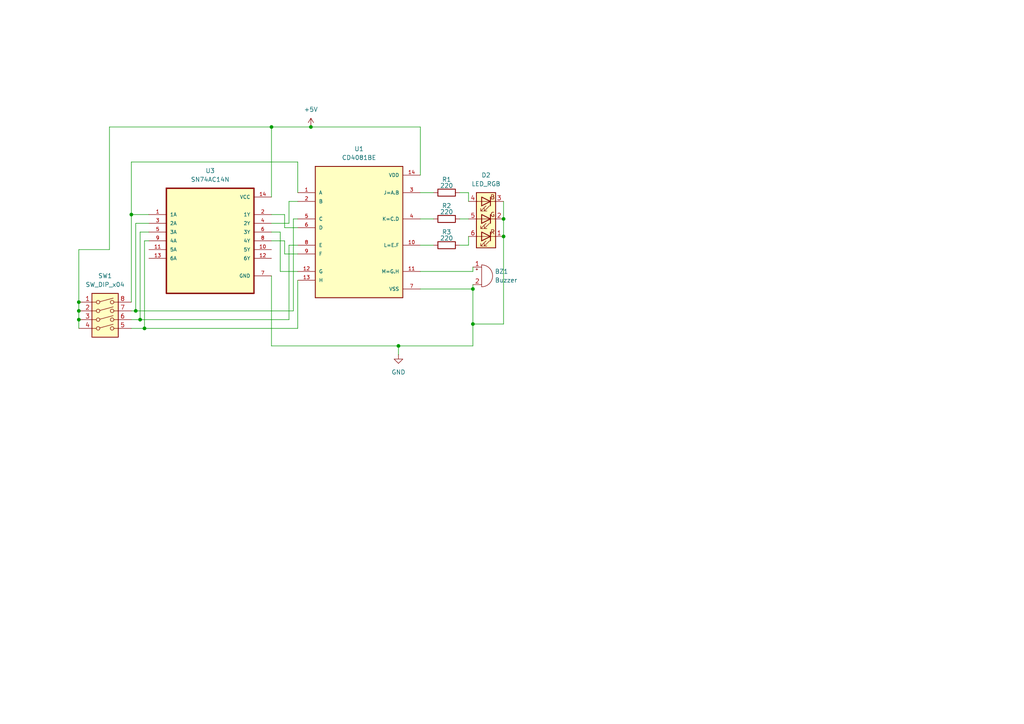
<source format=kicad_sch>
(kicad_sch
	(version 20250114)
	(generator "eeschema")
	(generator_version "9.0")
	(uuid "c9b70955-a5d3-43de-b2a6-445e9a90dc1e")
	(paper "A4")
	(title_block
		(title "KiCad Example 1")
		(date "2025-05-05")
		(comment 1 "First learning example in KiCad")
	)
	(lib_symbols
		(symbol "CD4081BE:CD4081BE"
			(pin_names
				(offset 1.016)
			)
			(exclude_from_sim no)
			(in_bom yes)
			(on_board yes)
			(property "Reference" "U"
				(at -12.7 18.78 0)
				(effects
					(font
						(size 1.27 1.27)
					)
					(justify left bottom)
				)
			)
			(property "Value" "CD4081BE"
				(at -12.7 -22.86 0)
				(effects
					(font
						(size 1.27 1.27)
					)
					(justify left bottom)
				)
			)
			(property "Footprint" "CD4081BE:DIP794W45P254L1930H508Q14"
				(at 0 0 0)
				(effects
					(font
						(size 1.27 1.27)
					)
					(justify bottom)
					(hide yes)
				)
			)
			(property "Datasheet" ""
				(at 0 0 0)
				(effects
					(font
						(size 1.27 1.27)
					)
					(hide yes)
				)
			)
			(property "Description" ""
				(at 0 0 0)
				(effects
					(font
						(size 1.27 1.27)
					)
					(hide yes)
				)
			)
			(property "PARTREV" "September 2003"
				(at 0 0 0)
				(effects
					(font
						(size 1.27 1.27)
					)
					(justify bottom)
					(hide yes)
				)
			)
			(property "STANDARD" "IPC 7351B"
				(at 0 0 0)
				(effects
					(font
						(size 1.27 1.27)
					)
					(justify bottom)
					(hide yes)
				)
			)
			(property "SNAPEDA_PACKAGE_ID" "10604"
				(at 0 0 0)
				(effects
					(font
						(size 1.27 1.27)
					)
					(justify bottom)
					(hide yes)
				)
			)
			(property "MAXIMUM_PACKAGE_HEIGHT" "5.08 mm"
				(at 0 0 0)
				(effects
					(font
						(size 1.27 1.27)
					)
					(justify bottom)
					(hide yes)
				)
			)
			(property "MANUFACTURER" "Texas Instruments"
				(at 0 0 0)
				(effects
					(font
						(size 1.27 1.27)
					)
					(justify bottom)
					(hide yes)
				)
			)
			(symbol "CD4081BE_0_0"
				(rectangle
					(start -12.7 -20.32)
					(end 12.7 17.78)
					(stroke
						(width 0.254)
						(type default)
					)
					(fill
						(type background)
					)
				)
				(pin input line
					(at -17.78 10.16 0)
					(length 5.08)
					(name "A"
						(effects
							(font
								(size 1.016 1.016)
							)
						)
					)
					(number "1"
						(effects
							(font
								(size 1.016 1.016)
							)
						)
					)
				)
				(pin input line
					(at -17.78 7.62 0)
					(length 5.08)
					(name "B"
						(effects
							(font
								(size 1.016 1.016)
							)
						)
					)
					(number "2"
						(effects
							(font
								(size 1.016 1.016)
							)
						)
					)
				)
				(pin input line
					(at -17.78 2.54 0)
					(length 5.08)
					(name "C"
						(effects
							(font
								(size 1.016 1.016)
							)
						)
					)
					(number "5"
						(effects
							(font
								(size 1.016 1.016)
							)
						)
					)
				)
				(pin input line
					(at -17.78 0 0)
					(length 5.08)
					(name "D"
						(effects
							(font
								(size 1.016 1.016)
							)
						)
					)
					(number "6"
						(effects
							(font
								(size 1.016 1.016)
							)
						)
					)
				)
				(pin input line
					(at -17.78 -5.08 0)
					(length 5.08)
					(name "E"
						(effects
							(font
								(size 1.016 1.016)
							)
						)
					)
					(number "8"
						(effects
							(font
								(size 1.016 1.016)
							)
						)
					)
				)
				(pin input line
					(at -17.78 -7.62 0)
					(length 5.08)
					(name "F"
						(effects
							(font
								(size 1.016 1.016)
							)
						)
					)
					(number "9"
						(effects
							(font
								(size 1.016 1.016)
							)
						)
					)
				)
				(pin input line
					(at -17.78 -12.7 0)
					(length 5.08)
					(name "G"
						(effects
							(font
								(size 1.016 1.016)
							)
						)
					)
					(number "12"
						(effects
							(font
								(size 1.016 1.016)
							)
						)
					)
				)
				(pin input line
					(at -17.78 -15.24 0)
					(length 5.08)
					(name "H"
						(effects
							(font
								(size 1.016 1.016)
							)
						)
					)
					(number "13"
						(effects
							(font
								(size 1.016 1.016)
							)
						)
					)
				)
				(pin power_in line
					(at 17.78 15.24 180)
					(length 5.08)
					(name "VDD"
						(effects
							(font
								(size 1.016 1.016)
							)
						)
					)
					(number "14"
						(effects
							(font
								(size 1.016 1.016)
							)
						)
					)
				)
				(pin output line
					(at 17.78 10.16 180)
					(length 5.08)
					(name "J=A.B"
						(effects
							(font
								(size 1.016 1.016)
							)
						)
					)
					(number "3"
						(effects
							(font
								(size 1.016 1.016)
							)
						)
					)
				)
				(pin output line
					(at 17.78 2.54 180)
					(length 5.08)
					(name "K=C.D"
						(effects
							(font
								(size 1.016 1.016)
							)
						)
					)
					(number "4"
						(effects
							(font
								(size 1.016 1.016)
							)
						)
					)
				)
				(pin output line
					(at 17.78 -5.08 180)
					(length 5.08)
					(name "L=E.F"
						(effects
							(font
								(size 1.016 1.016)
							)
						)
					)
					(number "10"
						(effects
							(font
								(size 1.016 1.016)
							)
						)
					)
				)
				(pin output line
					(at 17.78 -12.7 180)
					(length 5.08)
					(name "M=G.H"
						(effects
							(font
								(size 1.016 1.016)
							)
						)
					)
					(number "11"
						(effects
							(font
								(size 1.016 1.016)
							)
						)
					)
				)
				(pin power_in line
					(at 17.78 -17.78 180)
					(length 5.08)
					(name "VSS"
						(effects
							(font
								(size 1.016 1.016)
							)
						)
					)
					(number "7"
						(effects
							(font
								(size 1.016 1.016)
							)
						)
					)
				)
			)
			(embedded_fonts no)
		)
		(symbol "Device:Buzzer"
			(pin_names
				(offset 0.0254)
				(hide yes)
			)
			(exclude_from_sim no)
			(in_bom yes)
			(on_board yes)
			(property "Reference" "BZ"
				(at 3.81 1.27 0)
				(effects
					(font
						(size 1.27 1.27)
					)
					(justify left)
				)
			)
			(property "Value" "Buzzer"
				(at 3.81 -1.27 0)
				(effects
					(font
						(size 1.27 1.27)
					)
					(justify left)
				)
			)
			(property "Footprint" ""
				(at -0.635 2.54 90)
				(effects
					(font
						(size 1.27 1.27)
					)
					(hide yes)
				)
			)
			(property "Datasheet" "~"
				(at -0.635 2.54 90)
				(effects
					(font
						(size 1.27 1.27)
					)
					(hide yes)
				)
			)
			(property "Description" "Buzzer, polarized"
				(at 0 0 0)
				(effects
					(font
						(size 1.27 1.27)
					)
					(hide yes)
				)
			)
			(property "ki_keywords" "quartz resonator ceramic"
				(at 0 0 0)
				(effects
					(font
						(size 1.27 1.27)
					)
					(hide yes)
				)
			)
			(property "ki_fp_filters" "*Buzzer*"
				(at 0 0 0)
				(effects
					(font
						(size 1.27 1.27)
					)
					(hide yes)
				)
			)
			(symbol "Buzzer_0_1"
				(polyline
					(pts
						(xy -1.651 1.905) (xy -1.143 1.905)
					)
					(stroke
						(width 0)
						(type default)
					)
					(fill
						(type none)
					)
				)
				(polyline
					(pts
						(xy -1.397 2.159) (xy -1.397 1.651)
					)
					(stroke
						(width 0)
						(type default)
					)
					(fill
						(type none)
					)
				)
				(arc
					(start 0 3.175)
					(mid 3.1612 0)
					(end 0 -3.175)
					(stroke
						(width 0)
						(type default)
					)
					(fill
						(type none)
					)
				)
				(polyline
					(pts
						(xy 0 3.175) (xy 0 -3.175)
					)
					(stroke
						(width 0)
						(type default)
					)
					(fill
						(type none)
					)
				)
			)
			(symbol "Buzzer_1_1"
				(pin passive line
					(at -2.54 2.54 0)
					(length 2.54)
					(name "+"
						(effects
							(font
								(size 1.27 1.27)
							)
						)
					)
					(number "1"
						(effects
							(font
								(size 1.27 1.27)
							)
						)
					)
				)
				(pin passive line
					(at -2.54 -2.54 0)
					(length 2.54)
					(name "-"
						(effects
							(font
								(size 1.27 1.27)
							)
						)
					)
					(number "2"
						(effects
							(font
								(size 1.27 1.27)
							)
						)
					)
				)
			)
			(embedded_fonts no)
		)
		(symbol "Device:LED_RGB"
			(pin_names
				(offset 0)
				(hide yes)
			)
			(exclude_from_sim no)
			(in_bom yes)
			(on_board yes)
			(property "Reference" "D"
				(at 0 9.398 0)
				(effects
					(font
						(size 1.27 1.27)
					)
				)
			)
			(property "Value" "LED_RGB"
				(at 0 -8.89 0)
				(effects
					(font
						(size 1.27 1.27)
					)
				)
			)
			(property "Footprint" ""
				(at 0 -1.27 0)
				(effects
					(font
						(size 1.27 1.27)
					)
					(hide yes)
				)
			)
			(property "Datasheet" "~"
				(at 0 -1.27 0)
				(effects
					(font
						(size 1.27 1.27)
					)
					(hide yes)
				)
			)
			(property "Description" "RGB LED, 6 pin package"
				(at 0 0 0)
				(effects
					(font
						(size 1.27 1.27)
					)
					(hide yes)
				)
			)
			(property "ki_keywords" "LED RGB diode"
				(at 0 0 0)
				(effects
					(font
						(size 1.27 1.27)
					)
					(hide yes)
				)
			)
			(property "ki_fp_filters" "LED* LED_SMD:* LED_THT:*"
				(at 0 0 0)
				(effects
					(font
						(size 1.27 1.27)
					)
					(hide yes)
				)
			)
			(symbol "LED_RGB_0_0"
				(text "R"
					(at -1.905 3.81 0)
					(effects
						(font
							(size 1.27 1.27)
						)
					)
				)
				(text "G"
					(at -1.905 -1.27 0)
					(effects
						(font
							(size 1.27 1.27)
						)
					)
				)
				(text "B"
					(at -1.905 -6.35 0)
					(effects
						(font
							(size 1.27 1.27)
						)
					)
				)
			)
			(symbol "LED_RGB_0_1"
				(polyline
					(pts
						(xy -1.27 6.35) (xy -1.27 3.81)
					)
					(stroke
						(width 0.254)
						(type default)
					)
					(fill
						(type none)
					)
				)
				(polyline
					(pts
						(xy -1.27 6.35) (xy -1.27 3.81) (xy -1.27 3.81)
					)
					(stroke
						(width 0)
						(type default)
					)
					(fill
						(type none)
					)
				)
				(polyline
					(pts
						(xy -1.27 5.08) (xy -2.54 5.08)
					)
					(stroke
						(width 0)
						(type default)
					)
					(fill
						(type none)
					)
				)
				(polyline
					(pts
						(xy -1.27 5.08) (xy 1.27 5.08)
					)
					(stroke
						(width 0)
						(type default)
					)
					(fill
						(type none)
					)
				)
				(polyline
					(pts
						(xy -1.27 1.27) (xy -1.27 -1.27)
					)
					(stroke
						(width 0.254)
						(type default)
					)
					(fill
						(type none)
					)
				)
				(polyline
					(pts
						(xy -1.27 1.27) (xy -1.27 -1.27) (xy -1.27 -1.27)
					)
					(stroke
						(width 0)
						(type default)
					)
					(fill
						(type none)
					)
				)
				(polyline
					(pts
						(xy -1.27 0) (xy -2.54 0)
					)
					(stroke
						(width 0)
						(type default)
					)
					(fill
						(type none)
					)
				)
				(polyline
					(pts
						(xy -1.27 -3.81) (xy -1.27 -6.35)
					)
					(stroke
						(width 0.254)
						(type default)
					)
					(fill
						(type none)
					)
				)
				(polyline
					(pts
						(xy -1.27 -5.08) (xy -2.54 -5.08)
					)
					(stroke
						(width 0)
						(type default)
					)
					(fill
						(type none)
					)
				)
				(polyline
					(pts
						(xy -1.27 -5.08) (xy 1.27 -5.08)
					)
					(stroke
						(width 0)
						(type default)
					)
					(fill
						(type none)
					)
				)
				(polyline
					(pts
						(xy -1.016 6.35) (xy 0.508 7.874) (xy -0.254 7.874) (xy 0.508 7.874) (xy 0.508 7.112)
					)
					(stroke
						(width 0)
						(type default)
					)
					(fill
						(type none)
					)
				)
				(polyline
					(pts
						(xy -1.016 1.27) (xy 0.508 2.794) (xy -0.254 2.794) (xy 0.508 2.794) (xy 0.508 2.032)
					)
					(stroke
						(width 0)
						(type default)
					)
					(fill
						(type none)
					)
				)
				(polyline
					(pts
						(xy -1.016 -3.81) (xy 0.508 -2.286) (xy -0.254 -2.286) (xy 0.508 -2.286) (xy 0.508 -3.048)
					)
					(stroke
						(width 0)
						(type default)
					)
					(fill
						(type none)
					)
				)
				(polyline
					(pts
						(xy 0 6.35) (xy 1.524 7.874) (xy 0.762 7.874) (xy 1.524 7.874) (xy 1.524 7.112)
					)
					(stroke
						(width 0)
						(type default)
					)
					(fill
						(type none)
					)
				)
				(polyline
					(pts
						(xy 0 1.27) (xy 1.524 2.794) (xy 0.762 2.794) (xy 1.524 2.794) (xy 1.524 2.032)
					)
					(stroke
						(width 0)
						(type default)
					)
					(fill
						(type none)
					)
				)
				(polyline
					(pts
						(xy 0 -3.81) (xy 1.524 -2.286) (xy 0.762 -2.286) (xy 1.524 -2.286) (xy 1.524 -3.048)
					)
					(stroke
						(width 0)
						(type default)
					)
					(fill
						(type none)
					)
				)
				(polyline
					(pts
						(xy 1.27 6.35) (xy 1.27 3.81) (xy -1.27 5.08) (xy 1.27 6.35)
					)
					(stroke
						(width 0.254)
						(type default)
					)
					(fill
						(type none)
					)
				)
				(rectangle
					(start 1.27 6.35)
					(end 1.27 6.35)
					(stroke
						(width 0)
						(type default)
					)
					(fill
						(type none)
					)
				)
				(polyline
					(pts
						(xy 1.27 5.08) (xy 2.54 5.08)
					)
					(stroke
						(width 0)
						(type default)
					)
					(fill
						(type none)
					)
				)
				(rectangle
					(start 1.27 3.81)
					(end 1.27 6.35)
					(stroke
						(width 0)
						(type default)
					)
					(fill
						(type none)
					)
				)
				(polyline
					(pts
						(xy 1.27 1.27) (xy 1.27 -1.27) (xy -1.27 0) (xy 1.27 1.27)
					)
					(stroke
						(width 0.254)
						(type default)
					)
					(fill
						(type none)
					)
				)
				(rectangle
					(start 1.27 1.27)
					(end 1.27 1.27)
					(stroke
						(width 0)
						(type default)
					)
					(fill
						(type none)
					)
				)
				(polyline
					(pts
						(xy 1.27 0) (xy -1.27 0)
					)
					(stroke
						(width 0)
						(type default)
					)
					(fill
						(type none)
					)
				)
				(polyline
					(pts
						(xy 1.27 0) (xy 2.54 0)
					)
					(stroke
						(width 0)
						(type default)
					)
					(fill
						(type none)
					)
				)
				(rectangle
					(start 1.27 -1.27)
					(end 1.27 1.27)
					(stroke
						(width 0)
						(type default)
					)
					(fill
						(type none)
					)
				)
				(polyline
					(pts
						(xy 1.27 -3.81) (xy 1.27 -6.35) (xy -1.27 -5.08) (xy 1.27 -3.81)
					)
					(stroke
						(width 0.254)
						(type default)
					)
					(fill
						(type none)
					)
				)
				(polyline
					(pts
						(xy 1.27 -5.08) (xy 2.54 -5.08)
					)
					(stroke
						(width 0)
						(type default)
					)
					(fill
						(type none)
					)
				)
				(rectangle
					(start 2.794 8.382)
					(end -2.794 -7.62)
					(stroke
						(width 0.254)
						(type default)
					)
					(fill
						(type background)
					)
				)
			)
			(symbol "LED_RGB_1_1"
				(pin passive line
					(at -5.08 5.08 0)
					(length 2.54)
					(name "RK"
						(effects
							(font
								(size 1.27 1.27)
							)
						)
					)
					(number "1"
						(effects
							(font
								(size 1.27 1.27)
							)
						)
					)
				)
				(pin passive line
					(at -5.08 0 0)
					(length 2.54)
					(name "GK"
						(effects
							(font
								(size 1.27 1.27)
							)
						)
					)
					(number "2"
						(effects
							(font
								(size 1.27 1.27)
							)
						)
					)
				)
				(pin passive line
					(at -5.08 -5.08 0)
					(length 2.54)
					(name "BK"
						(effects
							(font
								(size 1.27 1.27)
							)
						)
					)
					(number "3"
						(effects
							(font
								(size 1.27 1.27)
							)
						)
					)
				)
				(pin passive line
					(at 5.08 5.08 180)
					(length 2.54)
					(name "RA"
						(effects
							(font
								(size 1.27 1.27)
							)
						)
					)
					(number "6"
						(effects
							(font
								(size 1.27 1.27)
							)
						)
					)
				)
				(pin passive line
					(at 5.08 0 180)
					(length 2.54)
					(name "GA"
						(effects
							(font
								(size 1.27 1.27)
							)
						)
					)
					(number "5"
						(effects
							(font
								(size 1.27 1.27)
							)
						)
					)
				)
				(pin passive line
					(at 5.08 -5.08 180)
					(length 2.54)
					(name "BA"
						(effects
							(font
								(size 1.27 1.27)
							)
						)
					)
					(number "4"
						(effects
							(font
								(size 1.27 1.27)
							)
						)
					)
				)
			)
			(embedded_fonts no)
		)
		(symbol "Device:R"
			(pin_numbers
				(hide yes)
			)
			(pin_names
				(offset 0)
			)
			(exclude_from_sim no)
			(in_bom yes)
			(on_board yes)
			(property "Reference" "R"
				(at 2.032 0 90)
				(effects
					(font
						(size 1.27 1.27)
					)
				)
			)
			(property "Value" "R"
				(at 0 0 90)
				(effects
					(font
						(size 1.27 1.27)
					)
				)
			)
			(property "Footprint" ""
				(at -1.778 0 90)
				(effects
					(font
						(size 1.27 1.27)
					)
					(hide yes)
				)
			)
			(property "Datasheet" "~"
				(at 0 0 0)
				(effects
					(font
						(size 1.27 1.27)
					)
					(hide yes)
				)
			)
			(property "Description" "Resistor"
				(at 0 0 0)
				(effects
					(font
						(size 1.27 1.27)
					)
					(hide yes)
				)
			)
			(property "ki_keywords" "R res resistor"
				(at 0 0 0)
				(effects
					(font
						(size 1.27 1.27)
					)
					(hide yes)
				)
			)
			(property "ki_fp_filters" "R_*"
				(at 0 0 0)
				(effects
					(font
						(size 1.27 1.27)
					)
					(hide yes)
				)
			)
			(symbol "R_0_1"
				(rectangle
					(start -1.016 -2.54)
					(end 1.016 2.54)
					(stroke
						(width 0.254)
						(type default)
					)
					(fill
						(type none)
					)
				)
			)
			(symbol "R_1_1"
				(pin passive line
					(at 0 3.81 270)
					(length 1.27)
					(name "~"
						(effects
							(font
								(size 1.27 1.27)
							)
						)
					)
					(number "1"
						(effects
							(font
								(size 1.27 1.27)
							)
						)
					)
				)
				(pin passive line
					(at 0 -3.81 90)
					(length 1.27)
					(name "~"
						(effects
							(font
								(size 1.27 1.27)
							)
						)
					)
					(number "2"
						(effects
							(font
								(size 1.27 1.27)
							)
						)
					)
				)
			)
			(embedded_fonts no)
		)
		(symbol "SN74AC14N:SN74AC14N"
			(pin_names
				(offset 1.016)
			)
			(exclude_from_sim no)
			(in_bom yes)
			(on_board yes)
			(property "Reference" "U"
				(at -12.7 16.24 0)
				(effects
					(font
						(size 1.27 1.27)
					)
					(justify left bottom)
				)
			)
			(property "Value" "SN74AC14N"
				(at -12.7 -19.24 0)
				(effects
					(font
						(size 1.27 1.27)
					)
					(justify left bottom)
				)
			)
			(property "Footprint" "SN74AC14N:DIP794W45P254L1969H508Q14"
				(at 0 0 0)
				(effects
					(font
						(size 1.27 1.27)
					)
					(justify bottom)
					(hide yes)
				)
			)
			(property "Datasheet" ""
				(at 0 0 0)
				(effects
					(font
						(size 1.27 1.27)
					)
					(hide yes)
				)
			)
			(property "Description" ""
				(at 0 0 0)
				(effects
					(font
						(size 1.27 1.27)
					)
					(hide yes)
				)
			)
			(symbol "SN74AC14N_0_0"
				(rectangle
					(start -12.7 -15.24)
					(end 12.7 15.24)
					(stroke
						(width 0.41)
						(type default)
					)
					(fill
						(type background)
					)
				)
				(pin input line
					(at -17.78 7.62 0)
					(length 5.08)
					(name "1A"
						(effects
							(font
								(size 1.016 1.016)
							)
						)
					)
					(number "1"
						(effects
							(font
								(size 1.016 1.016)
							)
						)
					)
				)
				(pin input line
					(at -17.78 5.08 0)
					(length 5.08)
					(name "2A"
						(effects
							(font
								(size 1.016 1.016)
							)
						)
					)
					(number "3"
						(effects
							(font
								(size 1.016 1.016)
							)
						)
					)
				)
				(pin input line
					(at -17.78 2.54 0)
					(length 5.08)
					(name "3A"
						(effects
							(font
								(size 1.016 1.016)
							)
						)
					)
					(number "5"
						(effects
							(font
								(size 1.016 1.016)
							)
						)
					)
				)
				(pin input line
					(at -17.78 0 0)
					(length 5.08)
					(name "4A"
						(effects
							(font
								(size 1.016 1.016)
							)
						)
					)
					(number "9"
						(effects
							(font
								(size 1.016 1.016)
							)
						)
					)
				)
				(pin input line
					(at -17.78 -2.54 0)
					(length 5.08)
					(name "5A"
						(effects
							(font
								(size 1.016 1.016)
							)
						)
					)
					(number "11"
						(effects
							(font
								(size 1.016 1.016)
							)
						)
					)
				)
				(pin input line
					(at -17.78 -5.08 0)
					(length 5.08)
					(name "6A"
						(effects
							(font
								(size 1.016 1.016)
							)
						)
					)
					(number "13"
						(effects
							(font
								(size 1.016 1.016)
							)
						)
					)
				)
				(pin power_in line
					(at 17.78 12.7 180)
					(length 5.08)
					(name "VCC"
						(effects
							(font
								(size 1.016 1.016)
							)
						)
					)
					(number "14"
						(effects
							(font
								(size 1.016 1.016)
							)
						)
					)
				)
				(pin output line
					(at 17.78 7.62 180)
					(length 5.08)
					(name "1Y"
						(effects
							(font
								(size 1.016 1.016)
							)
						)
					)
					(number "2"
						(effects
							(font
								(size 1.016 1.016)
							)
						)
					)
				)
				(pin output line
					(at 17.78 5.08 180)
					(length 5.08)
					(name "2Y"
						(effects
							(font
								(size 1.016 1.016)
							)
						)
					)
					(number "4"
						(effects
							(font
								(size 1.016 1.016)
							)
						)
					)
				)
				(pin output line
					(at 17.78 2.54 180)
					(length 5.08)
					(name "3Y"
						(effects
							(font
								(size 1.016 1.016)
							)
						)
					)
					(number "6"
						(effects
							(font
								(size 1.016 1.016)
							)
						)
					)
				)
				(pin output line
					(at 17.78 0 180)
					(length 5.08)
					(name "4Y"
						(effects
							(font
								(size 1.016 1.016)
							)
						)
					)
					(number "8"
						(effects
							(font
								(size 1.016 1.016)
							)
						)
					)
				)
				(pin output line
					(at 17.78 -2.54 180)
					(length 5.08)
					(name "5Y"
						(effects
							(font
								(size 1.016 1.016)
							)
						)
					)
					(number "10"
						(effects
							(font
								(size 1.016 1.016)
							)
						)
					)
				)
				(pin output line
					(at 17.78 -5.08 180)
					(length 5.08)
					(name "6Y"
						(effects
							(font
								(size 1.016 1.016)
							)
						)
					)
					(number "12"
						(effects
							(font
								(size 1.016 1.016)
							)
						)
					)
				)
				(pin power_in line
					(at 17.78 -10.16 180)
					(length 5.08)
					(name "GND"
						(effects
							(font
								(size 1.016 1.016)
							)
						)
					)
					(number "7"
						(effects
							(font
								(size 1.016 1.016)
							)
						)
					)
				)
			)
			(embedded_fonts no)
		)
		(symbol "Switch:SW_DIP_x04"
			(pin_names
				(offset 0)
				(hide yes)
			)
			(exclude_from_sim no)
			(in_bom yes)
			(on_board yes)
			(property "Reference" "SW"
				(at 0 8.89 0)
				(effects
					(font
						(size 1.27 1.27)
					)
				)
			)
			(property "Value" "SW_DIP_x04"
				(at 0 -6.35 0)
				(effects
					(font
						(size 1.27 1.27)
					)
				)
			)
			(property "Footprint" ""
				(at 0 0 0)
				(effects
					(font
						(size 1.27 1.27)
					)
					(hide yes)
				)
			)
			(property "Datasheet" "~"
				(at 0 0 0)
				(effects
					(font
						(size 1.27 1.27)
					)
					(hide yes)
				)
			)
			(property "Description" "4x DIP Switch, Single Pole Single Throw (SPST) switch, small symbol"
				(at 0 0 0)
				(effects
					(font
						(size 1.27 1.27)
					)
					(hide yes)
				)
			)
			(property "ki_keywords" "dip switch"
				(at 0 0 0)
				(effects
					(font
						(size 1.27 1.27)
					)
					(hide yes)
				)
			)
			(property "ki_fp_filters" "SW?DIP?x4*"
				(at 0 0 0)
				(effects
					(font
						(size 1.27 1.27)
					)
					(hide yes)
				)
			)
			(symbol "SW_DIP_x04_0_0"
				(circle
					(center -2.032 5.08)
					(radius 0.508)
					(stroke
						(width 0)
						(type default)
					)
					(fill
						(type none)
					)
				)
				(circle
					(center -2.032 2.54)
					(radius 0.508)
					(stroke
						(width 0)
						(type default)
					)
					(fill
						(type none)
					)
				)
				(circle
					(center -2.032 0)
					(radius 0.508)
					(stroke
						(width 0)
						(type default)
					)
					(fill
						(type none)
					)
				)
				(circle
					(center -2.032 -2.54)
					(radius 0.508)
					(stroke
						(width 0)
						(type default)
					)
					(fill
						(type none)
					)
				)
				(polyline
					(pts
						(xy -1.524 5.207) (xy 2.3622 6.2484)
					)
					(stroke
						(width 0)
						(type default)
					)
					(fill
						(type none)
					)
				)
				(polyline
					(pts
						(xy -1.524 2.667) (xy 2.3622 3.7084)
					)
					(stroke
						(width 0)
						(type default)
					)
					(fill
						(type none)
					)
				)
				(polyline
					(pts
						(xy -1.524 0.127) (xy 2.3622 1.1684)
					)
					(stroke
						(width 0)
						(type default)
					)
					(fill
						(type none)
					)
				)
				(polyline
					(pts
						(xy -1.524 -2.3876) (xy 2.3622 -1.3462)
					)
					(stroke
						(width 0)
						(type default)
					)
					(fill
						(type none)
					)
				)
				(circle
					(center 2.032 5.08)
					(radius 0.508)
					(stroke
						(width 0)
						(type default)
					)
					(fill
						(type none)
					)
				)
				(circle
					(center 2.032 2.54)
					(radius 0.508)
					(stroke
						(width 0)
						(type default)
					)
					(fill
						(type none)
					)
				)
				(circle
					(center 2.032 0)
					(radius 0.508)
					(stroke
						(width 0)
						(type default)
					)
					(fill
						(type none)
					)
				)
				(circle
					(center 2.032 -2.54)
					(radius 0.508)
					(stroke
						(width 0)
						(type default)
					)
					(fill
						(type none)
					)
				)
			)
			(symbol "SW_DIP_x04_0_1"
				(rectangle
					(start -3.81 7.62)
					(end 3.81 -5.08)
					(stroke
						(width 0.254)
						(type default)
					)
					(fill
						(type background)
					)
				)
			)
			(symbol "SW_DIP_x04_1_1"
				(pin passive line
					(at -7.62 5.08 0)
					(length 5.08)
					(name "~"
						(effects
							(font
								(size 1.27 1.27)
							)
						)
					)
					(number "1"
						(effects
							(font
								(size 1.27 1.27)
							)
						)
					)
				)
				(pin passive line
					(at -7.62 2.54 0)
					(length 5.08)
					(name "~"
						(effects
							(font
								(size 1.27 1.27)
							)
						)
					)
					(number "2"
						(effects
							(font
								(size 1.27 1.27)
							)
						)
					)
				)
				(pin passive line
					(at -7.62 0 0)
					(length 5.08)
					(name "~"
						(effects
							(font
								(size 1.27 1.27)
							)
						)
					)
					(number "3"
						(effects
							(font
								(size 1.27 1.27)
							)
						)
					)
				)
				(pin passive line
					(at -7.62 -2.54 0)
					(length 5.08)
					(name "~"
						(effects
							(font
								(size 1.27 1.27)
							)
						)
					)
					(number "4"
						(effects
							(font
								(size 1.27 1.27)
							)
						)
					)
				)
				(pin passive line
					(at 7.62 5.08 180)
					(length 5.08)
					(name "~"
						(effects
							(font
								(size 1.27 1.27)
							)
						)
					)
					(number "8"
						(effects
							(font
								(size 1.27 1.27)
							)
						)
					)
				)
				(pin passive line
					(at 7.62 2.54 180)
					(length 5.08)
					(name "~"
						(effects
							(font
								(size 1.27 1.27)
							)
						)
					)
					(number "7"
						(effects
							(font
								(size 1.27 1.27)
							)
						)
					)
				)
				(pin passive line
					(at 7.62 0 180)
					(length 5.08)
					(name "~"
						(effects
							(font
								(size 1.27 1.27)
							)
						)
					)
					(number "6"
						(effects
							(font
								(size 1.27 1.27)
							)
						)
					)
				)
				(pin passive line
					(at 7.62 -2.54 180)
					(length 5.08)
					(name "~"
						(effects
							(font
								(size 1.27 1.27)
							)
						)
					)
					(number "5"
						(effects
							(font
								(size 1.27 1.27)
							)
						)
					)
				)
			)
			(embedded_fonts no)
		)
		(symbol "power:+5V"
			(power)
			(pin_numbers
				(hide yes)
			)
			(pin_names
				(offset 0)
				(hide yes)
			)
			(exclude_from_sim no)
			(in_bom yes)
			(on_board yes)
			(property "Reference" "#PWR"
				(at 0 -3.81 0)
				(effects
					(font
						(size 1.27 1.27)
					)
					(hide yes)
				)
			)
			(property "Value" "+5V"
				(at 0 3.556 0)
				(effects
					(font
						(size 1.27 1.27)
					)
				)
			)
			(property "Footprint" ""
				(at 0 0 0)
				(effects
					(font
						(size 1.27 1.27)
					)
					(hide yes)
				)
			)
			(property "Datasheet" ""
				(at 0 0 0)
				(effects
					(font
						(size 1.27 1.27)
					)
					(hide yes)
				)
			)
			(property "Description" "Power symbol creates a global label with name \"+5V\""
				(at 0 0 0)
				(effects
					(font
						(size 1.27 1.27)
					)
					(hide yes)
				)
			)
			(property "ki_keywords" "global power"
				(at 0 0 0)
				(effects
					(font
						(size 1.27 1.27)
					)
					(hide yes)
				)
			)
			(symbol "+5V_0_1"
				(polyline
					(pts
						(xy -0.762 1.27) (xy 0 2.54)
					)
					(stroke
						(width 0)
						(type default)
					)
					(fill
						(type none)
					)
				)
				(polyline
					(pts
						(xy 0 2.54) (xy 0.762 1.27)
					)
					(stroke
						(width 0)
						(type default)
					)
					(fill
						(type none)
					)
				)
				(polyline
					(pts
						(xy 0 0) (xy 0 2.54)
					)
					(stroke
						(width 0)
						(type default)
					)
					(fill
						(type none)
					)
				)
			)
			(symbol "+5V_1_1"
				(pin power_in line
					(at 0 0 90)
					(length 0)
					(name "~"
						(effects
							(font
								(size 1.27 1.27)
							)
						)
					)
					(number "1"
						(effects
							(font
								(size 1.27 1.27)
							)
						)
					)
				)
			)
			(embedded_fonts no)
		)
		(symbol "power:GND"
			(power)
			(pin_numbers
				(hide yes)
			)
			(pin_names
				(offset 0)
				(hide yes)
			)
			(exclude_from_sim no)
			(in_bom yes)
			(on_board yes)
			(property "Reference" "#PWR"
				(at 0 -6.35 0)
				(effects
					(font
						(size 1.27 1.27)
					)
					(hide yes)
				)
			)
			(property "Value" "GND"
				(at 0 -3.81 0)
				(effects
					(font
						(size 1.27 1.27)
					)
				)
			)
			(property "Footprint" ""
				(at 0 0 0)
				(effects
					(font
						(size 1.27 1.27)
					)
					(hide yes)
				)
			)
			(property "Datasheet" ""
				(at 0 0 0)
				(effects
					(font
						(size 1.27 1.27)
					)
					(hide yes)
				)
			)
			(property "Description" "Power symbol creates a global label with name \"GND\" , ground"
				(at 0 0 0)
				(effects
					(font
						(size 1.27 1.27)
					)
					(hide yes)
				)
			)
			(property "ki_keywords" "global power"
				(at 0 0 0)
				(effects
					(font
						(size 1.27 1.27)
					)
					(hide yes)
				)
			)
			(symbol "GND_0_1"
				(polyline
					(pts
						(xy 0 0) (xy 0 -1.27) (xy 1.27 -1.27) (xy 0 -2.54) (xy -1.27 -1.27) (xy 0 -1.27)
					)
					(stroke
						(width 0)
						(type default)
					)
					(fill
						(type none)
					)
				)
			)
			(symbol "GND_1_1"
				(pin power_in line
					(at 0 0 270)
					(length 0)
					(name "~"
						(effects
							(font
								(size 1.27 1.27)
							)
						)
					)
					(number "1"
						(effects
							(font
								(size 1.27 1.27)
							)
						)
					)
				)
			)
			(embedded_fonts no)
		)
	)
	(junction
		(at 78.74 36.83)
		(diameter 0)
		(color 0 0 0 0)
		(uuid "02c2f17e-08f1-4e30-89dd-8793b10051e3")
	)
	(junction
		(at 137.16 83.82)
		(diameter 0)
		(color 0 0 0 0)
		(uuid "1d590829-0941-4170-be99-953cb45bfbc2")
	)
	(junction
		(at 115.57 100.33)
		(diameter 0)
		(color 0 0 0 0)
		(uuid "23295666-6443-4f54-a7ef-55fe937095ed")
	)
	(junction
		(at 40.64 92.71)
		(diameter 0)
		(color 0 0 0 0)
		(uuid "2ae605a6-2504-4b20-ab78-fe9cb10561e3")
	)
	(junction
		(at 146.05 63.5)
		(diameter 0)
		(color 0 0 0 0)
		(uuid "32eeb0fd-4ee0-42cc-b2ed-08c7040025ca")
	)
	(junction
		(at 146.05 68.58)
		(diameter 0)
		(color 0 0 0 0)
		(uuid "42a4a11e-83b1-4010-8f14-f9c8a2e9b111")
	)
	(junction
		(at 39.37 90.17)
		(diameter 0)
		(color 0 0 0 0)
		(uuid "6571ab32-16b9-49f8-abed-e3e9a4d116be")
	)
	(junction
		(at 22.86 92.71)
		(diameter 0)
		(color 0 0 0 0)
		(uuid "6921e92f-ba29-48ef-abe6-c411968f489e")
	)
	(junction
		(at 137.16 93.98)
		(diameter 0)
		(color 0 0 0 0)
		(uuid "7bc9fa88-1477-4b6f-b2ee-c96b0253982c")
	)
	(junction
		(at 22.86 87.63)
		(diameter 0)
		(color 0 0 0 0)
		(uuid "8e2ff37c-6939-4434-aaa5-3f4eef05b325")
	)
	(junction
		(at 90.17 36.83)
		(diameter 0)
		(color 0 0 0 0)
		(uuid "933db7a8-f024-47a6-aa88-817e6de8ebbd")
	)
	(junction
		(at 41.91 95.25)
		(diameter 0)
		(color 0 0 0 0)
		(uuid "b6454a76-ee52-4d4a-bb76-5868ba2f6b37")
	)
	(junction
		(at 38.1 62.23)
		(diameter 0)
		(color 0 0 0 0)
		(uuid "ca5c110e-d830-4794-8a8e-9fdf62fb163b")
	)
	(junction
		(at 22.86 90.17)
		(diameter 0)
		(color 0 0 0 0)
		(uuid "fe0067ad-0712-4560-a61e-f1e6dabb0183")
	)
	(wire
		(pts
			(xy 22.86 87.63) (xy 22.86 90.17)
		)
		(stroke
			(width 0)
			(type default)
		)
		(uuid "0514ff42-5a28-4cab-92f8-170786dc5228")
	)
	(wire
		(pts
			(xy 78.74 69.85) (xy 82.55 69.85)
		)
		(stroke
			(width 0)
			(type default)
		)
		(uuid "06685ce2-ad1f-4525-ae21-6278881711ed")
	)
	(wire
		(pts
			(xy 78.74 36.83) (xy 78.74 57.15)
		)
		(stroke
			(width 0)
			(type default)
		)
		(uuid "06ee3a24-7911-45b8-a3e8-3340c7342f67")
	)
	(wire
		(pts
			(xy 133.35 63.5) (xy 135.89 63.5)
		)
		(stroke
			(width 0)
			(type default)
		)
		(uuid "0a2a7124-cf79-40af-8c3b-b1f4e95931a8")
	)
	(wire
		(pts
			(xy 121.92 83.82) (xy 137.16 83.82)
		)
		(stroke
			(width 0)
			(type default)
		)
		(uuid "0a856a13-5733-4995-928e-10e4cf3cd55d")
	)
	(wire
		(pts
			(xy 137.16 100.33) (xy 137.16 93.98)
		)
		(stroke
			(width 0)
			(type default)
		)
		(uuid "0fffab54-6672-4358-ab2b-a359537f00ab")
	)
	(wire
		(pts
			(xy 83.82 58.42) (xy 86.36 58.42)
		)
		(stroke
			(width 0)
			(type default)
		)
		(uuid "13329ee9-8f6c-4d19-b075-45f3f28a0538")
	)
	(wire
		(pts
			(xy 38.1 90.17) (xy 39.37 90.17)
		)
		(stroke
			(width 0)
			(type default)
		)
		(uuid "20568065-13c0-4079-b3ce-6ef7250a9c9b")
	)
	(wire
		(pts
			(xy 86.36 95.25) (xy 86.36 81.28)
		)
		(stroke
			(width 0)
			(type default)
		)
		(uuid "215b89db-9e3d-4836-9394-1ed2cb833872")
	)
	(wire
		(pts
			(xy 83.82 64.77) (xy 83.82 58.42)
		)
		(stroke
			(width 0)
			(type default)
		)
		(uuid "221a8913-dcc0-46a3-a3dd-00b7aaabb2b0")
	)
	(wire
		(pts
			(xy 38.1 62.23) (xy 38.1 46.99)
		)
		(stroke
			(width 0)
			(type default)
		)
		(uuid "24298847-aa00-4506-bf1c-cb53382f9470")
	)
	(wire
		(pts
			(xy 115.57 102.87) (xy 115.57 100.33)
		)
		(stroke
			(width 0)
			(type default)
		)
		(uuid "290b9249-8cfa-43cb-adf1-58c39ad599fd")
	)
	(wire
		(pts
			(xy 137.16 82.55) (xy 137.16 83.82)
		)
		(stroke
			(width 0)
			(type default)
		)
		(uuid "2ab128c9-c003-4eb4-8ae3-10142ce4c007")
	)
	(wire
		(pts
			(xy 121.92 78.74) (xy 137.16 78.74)
		)
		(stroke
			(width 0)
			(type default)
		)
		(uuid "2c9322d4-596c-46b2-9582-4802fdbffd9f")
	)
	(wire
		(pts
			(xy 82.55 73.66) (xy 86.36 73.66)
		)
		(stroke
			(width 0)
			(type default)
		)
		(uuid "2f1dd9e2-3980-4a62-ae41-f0bbe1b8d315")
	)
	(wire
		(pts
			(xy 78.74 100.33) (xy 115.57 100.33)
		)
		(stroke
			(width 0)
			(type default)
		)
		(uuid "34d47f8f-0c68-43c5-95b8-cfd1a0389426")
	)
	(wire
		(pts
			(xy 78.74 62.23) (xy 82.55 62.23)
		)
		(stroke
			(width 0)
			(type default)
		)
		(uuid "35c591fd-e85e-43f7-a31e-9f695b66ad18")
	)
	(wire
		(pts
			(xy 146.05 63.5) (xy 146.05 68.58)
		)
		(stroke
			(width 0)
			(type default)
		)
		(uuid "35c8f59c-11b2-4672-a75b-73c171e2a31c")
	)
	(wire
		(pts
			(xy 121.92 63.5) (xy 125.73 63.5)
		)
		(stroke
			(width 0)
			(type default)
		)
		(uuid "37fc7fb3-64a0-4cb7-b137-15d69b58ad7e")
	)
	(wire
		(pts
			(xy 83.82 92.71) (xy 83.82 71.12)
		)
		(stroke
			(width 0)
			(type default)
		)
		(uuid "3e0ec635-4e17-4376-a02e-c5aee4075d2c")
	)
	(wire
		(pts
			(xy 38.1 46.99) (xy 86.36 46.99)
		)
		(stroke
			(width 0)
			(type default)
		)
		(uuid "42e7c3d3-6b11-4473-864a-785d3d34881f")
	)
	(wire
		(pts
			(xy 133.35 71.12) (xy 135.89 71.12)
		)
		(stroke
			(width 0)
			(type default)
		)
		(uuid "4928e9e1-ee68-4de2-82b0-883baa3ed103")
	)
	(wire
		(pts
			(xy 137.16 78.74) (xy 137.16 77.47)
		)
		(stroke
			(width 0)
			(type default)
		)
		(uuid "4c4ff723-c4ac-4980-98fe-3494a400b532")
	)
	(wire
		(pts
			(xy 146.05 93.98) (xy 137.16 93.98)
		)
		(stroke
			(width 0)
			(type default)
		)
		(uuid "5465266a-0ebf-4cb9-b73e-b7bd2e3862c8")
	)
	(wire
		(pts
			(xy 78.74 64.77) (xy 83.82 64.77)
		)
		(stroke
			(width 0)
			(type default)
		)
		(uuid "5a8024eb-c327-4770-9c54-71634b9d05f3")
	)
	(wire
		(pts
			(xy 22.86 92.71) (xy 22.86 95.25)
		)
		(stroke
			(width 0)
			(type default)
		)
		(uuid "5b6c4f4f-4f45-4ed0-b5d1-2a91787e0972")
	)
	(wire
		(pts
			(xy 85.09 63.5) (xy 86.36 63.5)
		)
		(stroke
			(width 0)
			(type default)
		)
		(uuid "5f471ce6-8f2f-41e0-a15d-909f8ba1c9e1")
	)
	(wire
		(pts
			(xy 85.09 90.17) (xy 85.09 63.5)
		)
		(stroke
			(width 0)
			(type default)
		)
		(uuid "65e601c8-18c9-47f9-afc6-3f2c6686b906")
	)
	(wire
		(pts
			(xy 43.18 64.77) (xy 39.37 64.77)
		)
		(stroke
			(width 0)
			(type default)
		)
		(uuid "66488125-58f8-4168-bb06-971969654cdc")
	)
	(wire
		(pts
			(xy 90.17 36.83) (xy 121.92 36.83)
		)
		(stroke
			(width 0)
			(type default)
		)
		(uuid "68712659-eaf7-4681-9cbb-0bfa1ce763c8")
	)
	(wire
		(pts
			(xy 121.92 36.83) (xy 121.92 50.8)
		)
		(stroke
			(width 0)
			(type default)
		)
		(uuid "6a9f2f26-6cee-4b1f-a9b4-49f53256b589")
	)
	(wire
		(pts
			(xy 41.91 69.85) (xy 41.91 95.25)
		)
		(stroke
			(width 0)
			(type default)
		)
		(uuid "6ad239cf-21fc-40e1-9dac-acea7f9790d4")
	)
	(wire
		(pts
			(xy 133.35 55.88) (xy 135.89 55.88)
		)
		(stroke
			(width 0)
			(type default)
		)
		(uuid "73f77b61-88d6-4fb5-a232-e2919f8fc2dd")
	)
	(wire
		(pts
			(xy 38.1 95.25) (xy 41.91 95.25)
		)
		(stroke
			(width 0)
			(type default)
		)
		(uuid "757214ac-1f4d-40b4-b70a-aaf72e387828")
	)
	(wire
		(pts
			(xy 86.36 46.99) (xy 86.36 55.88)
		)
		(stroke
			(width 0)
			(type default)
		)
		(uuid "7c9e309f-cc4d-4bbb-be63-67dc28c4d481")
	)
	(wire
		(pts
			(xy 121.92 71.12) (xy 125.73 71.12)
		)
		(stroke
			(width 0)
			(type default)
		)
		(uuid "7eee32ac-ecf5-435c-bde6-bf0854fca192")
	)
	(wire
		(pts
			(xy 41.91 95.25) (xy 86.36 95.25)
		)
		(stroke
			(width 0)
			(type default)
		)
		(uuid "82324ba2-90b3-475e-9210-4bf1898b82a4")
	)
	(wire
		(pts
			(xy 81.28 67.31) (xy 81.28 78.74)
		)
		(stroke
			(width 0)
			(type default)
		)
		(uuid "883d406e-457a-473a-8bb6-c5965ead5c79")
	)
	(wire
		(pts
			(xy 146.05 68.58) (xy 146.05 93.98)
		)
		(stroke
			(width 0)
			(type default)
		)
		(uuid "8bd198a5-85d2-4902-a082-229030b2acab")
	)
	(wire
		(pts
			(xy 22.86 72.39) (xy 31.75 72.39)
		)
		(stroke
			(width 0)
			(type default)
		)
		(uuid "912e58e4-a9dc-4d03-8c82-35206d098dda")
	)
	(wire
		(pts
			(xy 135.89 71.12) (xy 135.89 68.58)
		)
		(stroke
			(width 0)
			(type default)
		)
		(uuid "9131e81e-8ff3-4b76-bcb1-6efdfe2556da")
	)
	(wire
		(pts
			(xy 137.16 83.82) (xy 137.16 93.98)
		)
		(stroke
			(width 0)
			(type default)
		)
		(uuid "a2c41599-1bf2-457c-ab30-9b17e30e8aee")
	)
	(wire
		(pts
			(xy 22.86 72.39) (xy 22.86 87.63)
		)
		(stroke
			(width 0)
			(type default)
		)
		(uuid "a38e5bc5-1a8b-480e-8c56-222b68f9b6f9")
	)
	(wire
		(pts
			(xy 31.75 36.83) (xy 78.74 36.83)
		)
		(stroke
			(width 0)
			(type default)
		)
		(uuid "aaa2f8b4-69de-4396-b12e-08109aceadd2")
	)
	(wire
		(pts
			(xy 135.89 55.88) (xy 135.89 58.42)
		)
		(stroke
			(width 0)
			(type default)
		)
		(uuid "adafd7c4-57ce-4820-a81a-e1a4cfb3af28")
	)
	(wire
		(pts
			(xy 39.37 90.17) (xy 85.09 90.17)
		)
		(stroke
			(width 0)
			(type default)
		)
		(uuid "bb866854-9fda-4534-82a0-bdf513465bf7")
	)
	(wire
		(pts
			(xy 31.75 36.83) (xy 31.75 72.39)
		)
		(stroke
			(width 0)
			(type default)
		)
		(uuid "c2f1d361-35f7-4a24-9401-eb95eeca3cea")
	)
	(wire
		(pts
			(xy 81.28 78.74) (xy 86.36 78.74)
		)
		(stroke
			(width 0)
			(type default)
		)
		(uuid "c4234075-fa6a-45da-be21-0a109dff20d2")
	)
	(wire
		(pts
			(xy 78.74 80.01) (xy 78.74 100.33)
		)
		(stroke
			(width 0)
			(type default)
		)
		(uuid "c59f728c-7e17-4da9-8131-5c71779ae284")
	)
	(wire
		(pts
			(xy 137.16 100.33) (xy 115.57 100.33)
		)
		(stroke
			(width 0)
			(type default)
		)
		(uuid "ca3d1439-d314-4f3d-9e6a-5e28f5703506")
	)
	(wire
		(pts
			(xy 121.92 55.88) (xy 125.73 55.88)
		)
		(stroke
			(width 0)
			(type default)
		)
		(uuid "cb483ec7-45e3-40b9-96df-370456de01e7")
	)
	(wire
		(pts
			(xy 78.74 67.31) (xy 81.28 67.31)
		)
		(stroke
			(width 0)
			(type default)
		)
		(uuid "cca62ea9-9eef-4fd9-b9dc-c77dddebfca8")
	)
	(wire
		(pts
			(xy 83.82 71.12) (xy 86.36 71.12)
		)
		(stroke
			(width 0)
			(type default)
		)
		(uuid "ce557833-3a1c-4108-b8f2-cd20d86c9c53")
	)
	(wire
		(pts
			(xy 40.64 92.71) (xy 83.82 92.71)
		)
		(stroke
			(width 0)
			(type default)
		)
		(uuid "ce584422-64fb-4cdc-905f-aeb7830c5616")
	)
	(wire
		(pts
			(xy 43.18 67.31) (xy 40.64 67.31)
		)
		(stroke
			(width 0)
			(type default)
		)
		(uuid "cf1c73f4-935d-4f29-9620-aed81e0d49c8")
	)
	(wire
		(pts
			(xy 146.05 58.42) (xy 146.05 63.5)
		)
		(stroke
			(width 0)
			(type default)
		)
		(uuid "d16c4be0-9bc8-4f41-831e-b950e4fc621e")
	)
	(wire
		(pts
			(xy 82.55 69.85) (xy 82.55 73.66)
		)
		(stroke
			(width 0)
			(type default)
		)
		(uuid "d9ed96b2-e6f6-4fb0-a871-b8ee6d0c7907")
	)
	(wire
		(pts
			(xy 39.37 64.77) (xy 39.37 90.17)
		)
		(stroke
			(width 0)
			(type default)
		)
		(uuid "db6f03f7-8899-460a-8b08-91d1e0aad82d")
	)
	(wire
		(pts
			(xy 22.86 90.17) (xy 22.86 92.71)
		)
		(stroke
			(width 0)
			(type default)
		)
		(uuid "dd9e7fb1-6376-48f9-9c7f-e0abe6a978b1")
	)
	(wire
		(pts
			(xy 38.1 92.71) (xy 40.64 92.71)
		)
		(stroke
			(width 0)
			(type default)
		)
		(uuid "e214fec2-d99a-497f-935f-09059041e5d1")
	)
	(wire
		(pts
			(xy 40.64 67.31) (xy 40.64 92.71)
		)
		(stroke
			(width 0)
			(type default)
		)
		(uuid "e2923fac-74c1-4f54-b595-a7b889f047f3")
	)
	(wire
		(pts
			(xy 38.1 62.23) (xy 43.18 62.23)
		)
		(stroke
			(width 0)
			(type default)
		)
		(uuid "ea3c51ec-4049-40d4-b070-def9547ee787")
	)
	(wire
		(pts
			(xy 78.74 36.83) (xy 90.17 36.83)
		)
		(stroke
			(width 0)
			(type default)
		)
		(uuid "ed2d909e-4ac7-4572-abdd-087b5ae0fa99")
	)
	(wire
		(pts
			(xy 82.55 62.23) (xy 82.55 66.04)
		)
		(stroke
			(width 0)
			(type default)
		)
		(uuid "f177c97f-56b1-4411-af57-d4226d2b7ccb")
	)
	(wire
		(pts
			(xy 38.1 87.63) (xy 38.1 62.23)
		)
		(stroke
			(width 0)
			(type default)
		)
		(uuid "f328d1dd-d64d-4101-b5c1-e22241984a6c")
	)
	(wire
		(pts
			(xy 82.55 66.04) (xy 86.36 66.04)
		)
		(stroke
			(width 0)
			(type default)
		)
		(uuid "fced777a-40c8-4af1-80e5-5ab97e7f167d")
	)
	(wire
		(pts
			(xy 43.18 69.85) (xy 41.91 69.85)
		)
		(stroke
			(width 0)
			(type default)
		)
		(uuid "fe7013f6-bfa2-4b77-a195-ede9aa05e92b")
	)
	(symbol
		(lib_id "Device:R")
		(at 129.54 55.88 90)
		(unit 1)
		(exclude_from_sim no)
		(in_bom yes)
		(on_board yes)
		(dnp no)
		(uuid "41fcbf72-045e-45ed-a73e-ca2ff9a63c98")
		(property "Reference" "R1"
			(at 129.54 52.07 90)
			(effects
				(font
					(size 1.27 1.27)
				)
			)
		)
		(property "Value" "220"
			(at 129.54 53.848 90)
			(effects
				(font
					(size 1.27 1.27)
				)
			)
		)
		(property "Footprint" "Resistor_SMD:R_0201_0603Metric"
			(at 129.54 57.658 90)
			(effects
				(font
					(size 1.27 1.27)
				)
				(hide yes)
			)
		)
		(property "Datasheet" "~"
			(at 129.54 55.88 0)
			(effects
				(font
					(size 1.27 1.27)
				)
				(hide yes)
			)
		)
		(property "Description" "Resistor"
			(at 129.54 55.88 0)
			(effects
				(font
					(size 1.27 1.27)
				)
				(hide yes)
			)
		)
		(pin "1"
			(uuid "2829b8a4-536f-4eea-8baf-caed5e1e1325")
		)
		(pin "2"
			(uuid "3359114b-f625-4627-b315-6e52a7a6a8d2")
		)
		(instances
			(project ""
				(path "/c9b70955-a5d3-43de-b2a6-445e9a90dc1e"
					(reference "R1")
					(unit 1)
				)
			)
		)
	)
	(symbol
		(lib_id "CD4081BE:CD4081BE")
		(at 104.14 66.04 0)
		(unit 1)
		(exclude_from_sim no)
		(in_bom yes)
		(on_board yes)
		(dnp no)
		(fields_autoplaced yes)
		(uuid "688f2df7-46c3-4a81-943c-f8258fa42f87")
		(property "Reference" "U1"
			(at 104.14 43.18 0)
			(effects
				(font
					(size 1.27 1.27)
				)
			)
		)
		(property "Value" "CD4081BE"
			(at 104.14 45.72 0)
			(effects
				(font
					(size 1.27 1.27)
				)
			)
		)
		(property "Footprint" "CD4081BE:DIP794W45P254L1930H508Q14"
			(at 104.14 66.04 0)
			(effects
				(font
					(size 1.27 1.27)
				)
				(justify bottom)
				(hide yes)
			)
		)
		(property "Datasheet" ""
			(at 104.14 66.04 0)
			(effects
				(font
					(size 1.27 1.27)
				)
				(hide yes)
			)
		)
		(property "Description" ""
			(at 104.14 66.04 0)
			(effects
				(font
					(size 1.27 1.27)
				)
				(hide yes)
			)
		)
		(property "PARTREV" "September 2003"
			(at 104.14 66.04 0)
			(effects
				(font
					(size 1.27 1.27)
				)
				(justify bottom)
				(hide yes)
			)
		)
		(property "STANDARD" "IPC 7351B"
			(at 104.14 66.04 0)
			(effects
				(font
					(size 1.27 1.27)
				)
				(justify bottom)
				(hide yes)
			)
		)
		(property "SNAPEDA_PACKAGE_ID" "10604"
			(at 104.14 66.04 0)
			(effects
				(font
					(size 1.27 1.27)
				)
				(justify bottom)
				(hide yes)
			)
		)
		(property "MAXIMUM_PACKAGE_HEIGHT" "5.08 mm"
			(at 104.14 66.04 0)
			(effects
				(font
					(size 1.27 1.27)
				)
				(justify bottom)
				(hide yes)
			)
		)
		(property "MANUFACTURER" "Texas Instruments"
			(at 104.14 66.04 0)
			(effects
				(font
					(size 1.27 1.27)
				)
				(justify bottom)
				(hide yes)
			)
		)
		(pin "1"
			(uuid "2a4ede57-50dc-4835-8696-39b934d8b8d6")
		)
		(pin "2"
			(uuid "df8e4c12-957b-43d5-9355-54d308374deb")
		)
		(pin "9"
			(uuid "f4ee594d-388a-4193-ad45-96b3ec7f0dd8")
		)
		(pin "13"
			(uuid "7b1bbd4e-36be-4ce4-8827-59fa7b785a8f")
		)
		(pin "10"
			(uuid "f70e3704-52a7-41e4-89e6-06996064e5f5")
		)
		(pin "4"
			(uuid "3244deb2-b26a-47d9-be10-1ff49fe3232a")
		)
		(pin "14"
			(uuid "044f4103-7133-4e1d-9c27-4b110b94b071")
		)
		(pin "5"
			(uuid "16bf01cc-b261-4bb6-ab4c-ef4b6ce83a2b")
		)
		(pin "12"
			(uuid "5186fe9b-80a7-4bc6-b5f8-1058193a2e67")
		)
		(pin "6"
			(uuid "6058ad7f-0df7-4632-bc9e-e5835a729d53")
		)
		(pin "11"
			(uuid "8dab8110-a526-40a9-928c-9759daf8b93d")
		)
		(pin "3"
			(uuid "c1ee09f6-6a71-4881-8f75-c746f105e722")
		)
		(pin "7"
			(uuid "2da40212-aef7-498c-9357-fc334553589e")
		)
		(pin "8"
			(uuid "5e91f964-e6ef-40eb-b5bb-b70b057fd2ae")
		)
		(instances
			(project ""
				(path "/c9b70955-a5d3-43de-b2a6-445e9a90dc1e"
					(reference "U1")
					(unit 1)
				)
			)
		)
	)
	(symbol
		(lib_id "Device:Buzzer")
		(at 139.7 80.01 0)
		(unit 1)
		(exclude_from_sim no)
		(in_bom yes)
		(on_board yes)
		(dnp no)
		(fields_autoplaced yes)
		(uuid "6f7a52fe-4604-4ce6-a11f-590494be8206")
		(property "Reference" "BZ1"
			(at 143.51 78.7399 0)
			(effects
				(font
					(size 1.27 1.27)
				)
				(justify left)
			)
		)
		(property "Value" "Buzzer"
			(at 143.51 81.2799 0)
			(effects
				(font
					(size 1.27 1.27)
				)
				(justify left)
			)
		)
		(property "Footprint" "Buzzer_Beeper:Buzzer_TDK_PS1240P02BT_D12.2mm_H6.5mm"
			(at 139.065 77.47 90)
			(effects
				(font
					(size 1.27 1.27)
				)
				(hide yes)
			)
		)
		(property "Datasheet" "~"
			(at 139.065 77.47 90)
			(effects
				(font
					(size 1.27 1.27)
				)
				(hide yes)
			)
		)
		(property "Description" "Buzzer, polarized"
			(at 139.7 80.01 0)
			(effects
				(font
					(size 1.27 1.27)
				)
				(hide yes)
			)
		)
		(pin "1"
			(uuid "8896b29a-15db-4fad-8690-82d40cd5c9a1")
		)
		(pin "2"
			(uuid "3bb98fa2-c47f-43e6-8c33-df8feee59ded")
		)
		(instances
			(project ""
				(path "/c9b70955-a5d3-43de-b2a6-445e9a90dc1e"
					(reference "BZ1")
					(unit 1)
				)
			)
		)
	)
	(symbol
		(lib_id "power:+5V")
		(at 90.17 36.83 0)
		(unit 1)
		(exclude_from_sim no)
		(in_bom yes)
		(on_board yes)
		(dnp no)
		(fields_autoplaced yes)
		(uuid "9b75726f-ff2b-41a3-9858-90e3d6de1c6f")
		(property "Reference" "#PWR01"
			(at 90.17 40.64 0)
			(effects
				(font
					(size 1.27 1.27)
				)
				(hide yes)
			)
		)
		(property "Value" "+5V"
			(at 90.17 31.75 0)
			(effects
				(font
					(size 1.27 1.27)
				)
			)
		)
		(property "Footprint" ""
			(at 90.17 36.83 0)
			(effects
				(font
					(size 1.27 1.27)
				)
				(hide yes)
			)
		)
		(property "Datasheet" ""
			(at 90.17 36.83 0)
			(effects
				(font
					(size 1.27 1.27)
				)
				(hide yes)
			)
		)
		(property "Description" "Power symbol creates a global label with name \"+5V\""
			(at 90.17 36.83 0)
			(effects
				(font
					(size 1.27 1.27)
				)
				(hide yes)
			)
		)
		(pin "1"
			(uuid "876e18af-2f7c-41e3-8917-e6ccb801c60d")
		)
		(instances
			(project ""
				(path "/c9b70955-a5d3-43de-b2a6-445e9a90dc1e"
					(reference "#PWR01")
					(unit 1)
				)
			)
		)
	)
	(symbol
		(lib_id "Switch:SW_DIP_x04")
		(at 30.48 92.71 0)
		(unit 1)
		(exclude_from_sim no)
		(in_bom yes)
		(on_board yes)
		(dnp no)
		(fields_autoplaced yes)
		(uuid "9eeb5298-6dbf-4964-a3ce-1338b2fa4ff0")
		(property "Reference" "SW1"
			(at 30.48 80.01 0)
			(effects
				(font
					(size 1.27 1.27)
				)
			)
		)
		(property "Value" "SW_DIP_x04"
			(at 30.48 82.55 0)
			(effects
				(font
					(size 1.27 1.27)
				)
			)
		)
		(property "Footprint" "Button_Switch_SMD:SW_DIP_SPSTx04_Slide_6.7x11.72mm_W8.61mm_P2.54mm_LowProfile"
			(at 30.48 92.71 0)
			(effects
				(font
					(size 1.27 1.27)
				)
				(hide yes)
			)
		)
		(property "Datasheet" "~"
			(at 30.48 92.71 0)
			(effects
				(font
					(size 1.27 1.27)
				)
				(hide yes)
			)
		)
		(property "Description" "4x DIP Switch, Single Pole Single Throw (SPST) switch, small symbol"
			(at 30.48 92.71 0)
			(effects
				(font
					(size 1.27 1.27)
				)
				(hide yes)
			)
		)
		(pin "1"
			(uuid "f6617881-3cab-43b7-ba6b-544e5ea5646a")
		)
		(pin "6"
			(uuid "6383f4af-4070-4216-ba86-63f7634a427d")
		)
		(pin "3"
			(uuid "a9ac1e59-0feb-4fcb-86b6-dff556bd9836")
		)
		(pin "5"
			(uuid "ea2471c6-2db5-4f9a-ade6-26fd7767c72c")
		)
		(pin "7"
			(uuid "ebc612fb-767d-4a62-a204-3031198d2e6e")
		)
		(pin "8"
			(uuid "fc6bfd71-a632-401b-8f18-2065e74e3b6f")
		)
		(pin "4"
			(uuid "8cf78517-3562-49dc-a742-08954c916b9a")
		)
		(pin "2"
			(uuid "eadffebb-186e-434c-8bbc-c0bd31b03776")
		)
		(instances
			(project ""
				(path "/c9b70955-a5d3-43de-b2a6-445e9a90dc1e"
					(reference "SW1")
					(unit 1)
				)
			)
		)
	)
	(symbol
		(lib_id "Device:LED_RGB")
		(at 140.97 63.5 180)
		(unit 1)
		(exclude_from_sim no)
		(in_bom yes)
		(on_board yes)
		(dnp no)
		(fields_autoplaced yes)
		(uuid "b9c2b8ac-7981-463f-b8d3-70686bbf4009")
		(property "Reference" "D2"
			(at 140.97 50.8 0)
			(effects
				(font
					(size 1.27 1.27)
				)
			)
		)
		(property "Value" "LED_RGB"
			(at 140.97 53.34 0)
			(effects
				(font
					(size 1.27 1.27)
				)
			)
		)
		(property "Footprint" "LED_SMD:LED_RGB_PLCC-6"
			(at 140.97 62.23 0)
			(effects
				(font
					(size 1.27 1.27)
				)
				(hide yes)
			)
		)
		(property "Datasheet" "~"
			(at 140.97 62.23 0)
			(effects
				(font
					(size 1.27 1.27)
				)
				(hide yes)
			)
		)
		(property "Description" "RGB LED, 6 pin package"
			(at 140.97 63.5 0)
			(effects
				(font
					(size 1.27 1.27)
				)
				(hide yes)
			)
		)
		(pin "4"
			(uuid "21ea4f1c-7e14-4d66-8297-d54b9ca570a2")
		)
		(pin "5"
			(uuid "8a10bbf9-d3fe-4861-b06f-a7188d7b4f6f")
		)
		(pin "2"
			(uuid "1122b1a2-aad4-40d7-9839-dd5bd8458795")
		)
		(pin "3"
			(uuid "2ef4febf-59e0-4c41-8878-435c9d3a42f4")
		)
		(pin "1"
			(uuid "7f4d3d60-5451-4bdd-ba62-c01a592e81a9")
		)
		(pin "6"
			(uuid "06a786a1-c012-494a-802b-8a04dfaa88f8")
		)
		(instances
			(project ""
				(path "/c9b70955-a5d3-43de-b2a6-445e9a90dc1e"
					(reference "D2")
					(unit 1)
				)
			)
		)
	)
	(symbol
		(lib_id "Device:R")
		(at 129.54 71.12 90)
		(unit 1)
		(exclude_from_sim no)
		(in_bom yes)
		(on_board yes)
		(dnp no)
		(uuid "c1c96a19-f350-4f79-9a9a-a2f9d35eaffe")
		(property "Reference" "R3"
			(at 129.54 67.31 90)
			(effects
				(font
					(size 1.27 1.27)
				)
			)
		)
		(property "Value" "220"
			(at 129.54 69.088 90)
			(effects
				(font
					(size 1.27 1.27)
				)
			)
		)
		(property "Footprint" "Resistor_SMD:R_0201_0603Metric"
			(at 129.54 72.898 90)
			(effects
				(font
					(size 1.27 1.27)
				)
				(hide yes)
			)
		)
		(property "Datasheet" "~"
			(at 129.54 71.12 0)
			(effects
				(font
					(size 1.27 1.27)
				)
				(hide yes)
			)
		)
		(property "Description" "Resistor"
			(at 129.54 71.12 0)
			(effects
				(font
					(size 1.27 1.27)
				)
				(hide yes)
			)
		)
		(pin "1"
			(uuid "552b9423-bae7-495f-9656-c6571e15184d")
		)
		(pin "2"
			(uuid "c45cf58c-e038-4044-8b82-677552f8ea82")
		)
		(instances
			(project ""
				(path "/c9b70955-a5d3-43de-b2a6-445e9a90dc1e"
					(reference "R3")
					(unit 1)
				)
			)
		)
	)
	(symbol
		(lib_id "Device:R")
		(at 129.54 63.5 90)
		(unit 1)
		(exclude_from_sim no)
		(in_bom yes)
		(on_board yes)
		(dnp no)
		(uuid "de43b2d9-392c-4aa2-96ed-c5caa51f83a5")
		(property "Reference" "R2"
			(at 129.54 59.69 90)
			(effects
				(font
					(size 1.27 1.27)
				)
			)
		)
		(property "Value" "220"
			(at 129.54 61.468 90)
			(effects
				(font
					(size 1.27 1.27)
				)
			)
		)
		(property "Footprint" "Resistor_SMD:R_0201_0603Metric"
			(at 129.54 65.278 90)
			(effects
				(font
					(size 1.27 1.27)
				)
				(hide yes)
			)
		)
		(property "Datasheet" "~"
			(at 129.54 63.5 0)
			(effects
				(font
					(size 1.27 1.27)
				)
				(hide yes)
			)
		)
		(property "Description" "Resistor"
			(at 129.54 63.5 0)
			(effects
				(font
					(size 1.27 1.27)
				)
				(hide yes)
			)
		)
		(pin "1"
			(uuid "8f64b717-4e78-4178-bff0-2afadcff8aae")
		)
		(pin "2"
			(uuid "f9e2df82-2e9e-4aae-a9ef-191aa391f35e")
		)
		(instances
			(project ""
				(path "/c9b70955-a5d3-43de-b2a6-445e9a90dc1e"
					(reference "R2")
					(unit 1)
				)
			)
		)
	)
	(symbol
		(lib_id "SN74AC14N:SN74AC14N")
		(at 60.96 69.85 0)
		(unit 1)
		(exclude_from_sim no)
		(in_bom yes)
		(on_board yes)
		(dnp no)
		(fields_autoplaced yes)
		(uuid "e8c8f2c6-0bbe-43f0-985a-c63db2475e21")
		(property "Reference" "U3"
			(at 60.96 49.53 0)
			(effects
				(font
					(size 1.27 1.27)
				)
			)
		)
		(property "Value" "SN74AC14N"
			(at 60.96 52.07 0)
			(effects
				(font
					(size 1.27 1.27)
				)
			)
		)
		(property "Footprint" "SN74AC14N:DIP794W45P254L1969H508Q14"
			(at 60.96 69.85 0)
			(effects
				(font
					(size 1.27 1.27)
				)
				(justify bottom)
				(hide yes)
			)
		)
		(property "Datasheet" ""
			(at 60.96 69.85 0)
			(effects
				(font
					(size 1.27 1.27)
				)
				(hide yes)
			)
		)
		(property "Description" ""
			(at 60.96 69.85 0)
			(effects
				(font
					(size 1.27 1.27)
				)
				(hide yes)
			)
		)
		(pin "1"
			(uuid "a405137d-1942-489c-91d5-a37b95a36d33")
		)
		(pin "3"
			(uuid "948c5efc-b7a7-4c21-81f1-61a6bb925268")
		)
		(pin "5"
			(uuid "b12d34c5-af37-43eb-8d5f-fbfa9907189c")
		)
		(pin "9"
			(uuid "6f246eee-5d57-47fd-88c2-6c36a9766189")
		)
		(pin "11"
			(uuid "0410b028-aed0-40dd-addb-647265bf2d5b")
		)
		(pin "13"
			(uuid "1640b30f-24e1-4d95-8a7d-efd870aafa08")
		)
		(pin "7"
			(uuid "10caa72e-b7b3-42de-9020-3cdc28d93da3")
		)
		(pin "2"
			(uuid "cc2f6f93-3b88-4e13-b737-23512e93acfc")
		)
		(pin "4"
			(uuid "08a187d1-8a07-4ade-be47-002c64f0702f")
		)
		(pin "8"
			(uuid "56f18961-73ac-4207-af9c-f33a38bd7255")
		)
		(pin "14"
			(uuid "40ec94c4-42fa-4125-8b5a-24d3a5bed3ae")
		)
		(pin "10"
			(uuid "dc06f11e-d17b-4294-973f-72eb0daf5f3d")
		)
		(pin "12"
			(uuid "7947cb6d-b737-4021-bcb2-bce32cd1dd76")
		)
		(pin "6"
			(uuid "08cb45e5-f46b-47d2-b53a-aa48437e3ad3")
		)
		(instances
			(project ""
				(path "/c9b70955-a5d3-43de-b2a6-445e9a90dc1e"
					(reference "U3")
					(unit 1)
				)
			)
		)
	)
	(symbol
		(lib_id "power:GND")
		(at 115.57 102.87 0)
		(unit 1)
		(exclude_from_sim no)
		(in_bom yes)
		(on_board yes)
		(dnp no)
		(fields_autoplaced yes)
		(uuid "eb925fd1-a58e-41d0-baed-06167799a304")
		(property "Reference" "#PWR02"
			(at 115.57 109.22 0)
			(effects
				(font
					(size 1.27 1.27)
				)
				(hide yes)
			)
		)
		(property "Value" "GND"
			(at 115.57 107.95 0)
			(effects
				(font
					(size 1.27 1.27)
				)
			)
		)
		(property "Footprint" ""
			(at 115.57 102.87 0)
			(effects
				(font
					(size 1.27 1.27)
				)
				(hide yes)
			)
		)
		(property "Datasheet" ""
			(at 115.57 102.87 0)
			(effects
				(font
					(size 1.27 1.27)
				)
				(hide yes)
			)
		)
		(property "Description" "Power symbol creates a global label with name \"GND\" , ground"
			(at 115.57 102.87 0)
			(effects
				(font
					(size 1.27 1.27)
				)
				(hide yes)
			)
		)
		(pin "1"
			(uuid "56eef023-f29b-426b-a784-bf84b96d36bc")
		)
		(instances
			(project ""
				(path "/c9b70955-a5d3-43de-b2a6-445e9a90dc1e"
					(reference "#PWR02")
					(unit 1)
				)
			)
		)
	)
	(sheet_instances
		(path "/"
			(page "1")
		)
	)
	(embedded_fonts no)
)

</source>
